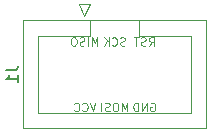
<source format=gbr>
%TF.GenerationSoftware,KiCad,Pcbnew,7.0.10*%
%TF.CreationDate,2024-03-24T11:08:13+01:00*%
%TF.ProjectId,dmg-gbc-cartridge-reader.kicad_pro,646d672d-6762-4632-9d63-617274726964,rev?*%
%TF.SameCoordinates,Original*%
%TF.FileFunction,Legend,Bot*%
%TF.FilePolarity,Positive*%
%FSLAX46Y46*%
G04 Gerber Fmt 4.6, Leading zero omitted, Abs format (unit mm)*
G04 Created by KiCad (PCBNEW 7.0.10) date 2024-03-24 11:08:13*
%MOMM*%
%LPD*%
G01*
G04 APERTURE LIST*
%ADD10C,0.100000*%
%ADD11C,0.150000*%
%ADD12C,0.120000*%
G04 APERTURE END LIST*
D10*
X61385333Y-36191533D02*
X61152000Y-36891533D01*
X61152000Y-36891533D02*
X60918666Y-36191533D01*
X60285333Y-36824866D02*
X60318666Y-36858200D01*
X60318666Y-36858200D02*
X60418666Y-36891533D01*
X60418666Y-36891533D02*
X60485333Y-36891533D01*
X60485333Y-36891533D02*
X60585333Y-36858200D01*
X60585333Y-36858200D02*
X60652000Y-36791533D01*
X60652000Y-36791533D02*
X60685333Y-36724866D01*
X60685333Y-36724866D02*
X60718666Y-36591533D01*
X60718666Y-36591533D02*
X60718666Y-36491533D01*
X60718666Y-36491533D02*
X60685333Y-36358200D01*
X60685333Y-36358200D02*
X60652000Y-36291533D01*
X60652000Y-36291533D02*
X60585333Y-36224866D01*
X60585333Y-36224866D02*
X60485333Y-36191533D01*
X60485333Y-36191533D02*
X60418666Y-36191533D01*
X60418666Y-36191533D02*
X60318666Y-36224866D01*
X60318666Y-36224866D02*
X60285333Y-36258200D01*
X59585333Y-36824866D02*
X59618666Y-36858200D01*
X59618666Y-36858200D02*
X59718666Y-36891533D01*
X59718666Y-36891533D02*
X59785333Y-36891533D01*
X59785333Y-36891533D02*
X59885333Y-36858200D01*
X59885333Y-36858200D02*
X59952000Y-36791533D01*
X59952000Y-36791533D02*
X59985333Y-36724866D01*
X59985333Y-36724866D02*
X60018666Y-36591533D01*
X60018666Y-36591533D02*
X60018666Y-36491533D01*
X60018666Y-36491533D02*
X59985333Y-36358200D01*
X59985333Y-36358200D02*
X59952000Y-36291533D01*
X59952000Y-36291533D02*
X59885333Y-36224866D01*
X59885333Y-36224866D02*
X59785333Y-36191533D01*
X59785333Y-36191533D02*
X59718666Y-36191533D01*
X59718666Y-36191533D02*
X59618666Y-36224866D01*
X59618666Y-36224866D02*
X59585333Y-36258200D01*
X64091999Y-36891533D02*
X64091999Y-36191533D01*
X64091999Y-36191533D02*
X63858666Y-36691533D01*
X63858666Y-36691533D02*
X63625332Y-36191533D01*
X63625332Y-36191533D02*
X63625332Y-36891533D01*
X63158666Y-36191533D02*
X63025332Y-36191533D01*
X63025332Y-36191533D02*
X62958666Y-36224866D01*
X62958666Y-36224866D02*
X62891999Y-36291533D01*
X62891999Y-36291533D02*
X62858666Y-36424866D01*
X62858666Y-36424866D02*
X62858666Y-36658200D01*
X62858666Y-36658200D02*
X62891999Y-36791533D01*
X62891999Y-36791533D02*
X62958666Y-36858200D01*
X62958666Y-36858200D02*
X63025332Y-36891533D01*
X63025332Y-36891533D02*
X63158666Y-36891533D01*
X63158666Y-36891533D02*
X63225332Y-36858200D01*
X63225332Y-36858200D02*
X63291999Y-36791533D01*
X63291999Y-36791533D02*
X63325332Y-36658200D01*
X63325332Y-36658200D02*
X63325332Y-36424866D01*
X63325332Y-36424866D02*
X63291999Y-36291533D01*
X63291999Y-36291533D02*
X63225332Y-36224866D01*
X63225332Y-36224866D02*
X63158666Y-36191533D01*
X62591999Y-36858200D02*
X62491999Y-36891533D01*
X62491999Y-36891533D02*
X62325333Y-36891533D01*
X62325333Y-36891533D02*
X62258666Y-36858200D01*
X62258666Y-36858200D02*
X62225333Y-36824866D01*
X62225333Y-36824866D02*
X62191999Y-36758200D01*
X62191999Y-36758200D02*
X62191999Y-36691533D01*
X62191999Y-36691533D02*
X62225333Y-36624866D01*
X62225333Y-36624866D02*
X62258666Y-36591533D01*
X62258666Y-36591533D02*
X62325333Y-36558200D01*
X62325333Y-36558200D02*
X62458666Y-36524866D01*
X62458666Y-36524866D02*
X62525333Y-36491533D01*
X62525333Y-36491533D02*
X62558666Y-36458200D01*
X62558666Y-36458200D02*
X62591999Y-36391533D01*
X62591999Y-36391533D02*
X62591999Y-36324866D01*
X62591999Y-36324866D02*
X62558666Y-36258200D01*
X62558666Y-36258200D02*
X62525333Y-36224866D01*
X62525333Y-36224866D02*
X62458666Y-36191533D01*
X62458666Y-36191533D02*
X62291999Y-36191533D01*
X62291999Y-36191533D02*
X62191999Y-36224866D01*
X61891999Y-36891533D02*
X61891999Y-36191533D01*
X66065332Y-36224866D02*
X66131999Y-36191533D01*
X66131999Y-36191533D02*
X66231999Y-36191533D01*
X66231999Y-36191533D02*
X66331999Y-36224866D01*
X66331999Y-36224866D02*
X66398666Y-36291533D01*
X66398666Y-36291533D02*
X66431999Y-36358200D01*
X66431999Y-36358200D02*
X66465332Y-36491533D01*
X66465332Y-36491533D02*
X66465332Y-36591533D01*
X66465332Y-36591533D02*
X66431999Y-36724866D01*
X66431999Y-36724866D02*
X66398666Y-36791533D01*
X66398666Y-36791533D02*
X66331999Y-36858200D01*
X66331999Y-36858200D02*
X66231999Y-36891533D01*
X66231999Y-36891533D02*
X66165332Y-36891533D01*
X66165332Y-36891533D02*
X66065332Y-36858200D01*
X66065332Y-36858200D02*
X66031999Y-36824866D01*
X66031999Y-36824866D02*
X66031999Y-36591533D01*
X66031999Y-36591533D02*
X66165332Y-36591533D01*
X65731999Y-36891533D02*
X65731999Y-36191533D01*
X65731999Y-36191533D02*
X65331999Y-36891533D01*
X65331999Y-36891533D02*
X65331999Y-36191533D01*
X64998666Y-36891533D02*
X64998666Y-36191533D01*
X64998666Y-36191533D02*
X64831999Y-36191533D01*
X64831999Y-36191533D02*
X64731999Y-36224866D01*
X64731999Y-36224866D02*
X64665333Y-36291533D01*
X64665333Y-36291533D02*
X64631999Y-36358200D01*
X64631999Y-36358200D02*
X64598666Y-36491533D01*
X64598666Y-36491533D02*
X64598666Y-36591533D01*
X64598666Y-36591533D02*
X64631999Y-36724866D01*
X64631999Y-36724866D02*
X64665333Y-36791533D01*
X64665333Y-36791533D02*
X64731999Y-36858200D01*
X64731999Y-36858200D02*
X64831999Y-36891533D01*
X64831999Y-36891533D02*
X64998666Y-36891533D01*
X61551999Y-31354333D02*
X61551999Y-30654333D01*
X61551999Y-30654333D02*
X61318666Y-31154333D01*
X61318666Y-31154333D02*
X61085332Y-30654333D01*
X61085332Y-30654333D02*
X61085332Y-31354333D01*
X60751999Y-31354333D02*
X60751999Y-30654333D01*
X60451999Y-31321000D02*
X60351999Y-31354333D01*
X60351999Y-31354333D02*
X60185333Y-31354333D01*
X60185333Y-31354333D02*
X60118666Y-31321000D01*
X60118666Y-31321000D02*
X60085333Y-31287666D01*
X60085333Y-31287666D02*
X60051999Y-31221000D01*
X60051999Y-31221000D02*
X60051999Y-31154333D01*
X60051999Y-31154333D02*
X60085333Y-31087666D01*
X60085333Y-31087666D02*
X60118666Y-31054333D01*
X60118666Y-31054333D02*
X60185333Y-31021000D01*
X60185333Y-31021000D02*
X60318666Y-30987666D01*
X60318666Y-30987666D02*
X60385333Y-30954333D01*
X60385333Y-30954333D02*
X60418666Y-30921000D01*
X60418666Y-30921000D02*
X60451999Y-30854333D01*
X60451999Y-30854333D02*
X60451999Y-30787666D01*
X60451999Y-30787666D02*
X60418666Y-30721000D01*
X60418666Y-30721000D02*
X60385333Y-30687666D01*
X60385333Y-30687666D02*
X60318666Y-30654333D01*
X60318666Y-30654333D02*
X60151999Y-30654333D01*
X60151999Y-30654333D02*
X60051999Y-30687666D01*
X59618666Y-30654333D02*
X59485332Y-30654333D01*
X59485332Y-30654333D02*
X59418666Y-30687666D01*
X59418666Y-30687666D02*
X59351999Y-30754333D01*
X59351999Y-30754333D02*
X59318666Y-30887666D01*
X59318666Y-30887666D02*
X59318666Y-31121000D01*
X59318666Y-31121000D02*
X59351999Y-31254333D01*
X59351999Y-31254333D02*
X59418666Y-31321000D01*
X59418666Y-31321000D02*
X59485332Y-31354333D01*
X59485332Y-31354333D02*
X59618666Y-31354333D01*
X59618666Y-31354333D02*
X59685332Y-31321000D01*
X59685332Y-31321000D02*
X59751999Y-31254333D01*
X59751999Y-31254333D02*
X59785332Y-31121000D01*
X59785332Y-31121000D02*
X59785332Y-30887666D01*
X59785332Y-30887666D02*
X59751999Y-30754333D01*
X59751999Y-30754333D02*
X59685332Y-30687666D01*
X59685332Y-30687666D02*
X59618666Y-30654333D01*
X63891999Y-31321000D02*
X63791999Y-31354333D01*
X63791999Y-31354333D02*
X63625333Y-31354333D01*
X63625333Y-31354333D02*
X63558666Y-31321000D01*
X63558666Y-31321000D02*
X63525333Y-31287666D01*
X63525333Y-31287666D02*
X63491999Y-31221000D01*
X63491999Y-31221000D02*
X63491999Y-31154333D01*
X63491999Y-31154333D02*
X63525333Y-31087666D01*
X63525333Y-31087666D02*
X63558666Y-31054333D01*
X63558666Y-31054333D02*
X63625333Y-31021000D01*
X63625333Y-31021000D02*
X63758666Y-30987666D01*
X63758666Y-30987666D02*
X63825333Y-30954333D01*
X63825333Y-30954333D02*
X63858666Y-30921000D01*
X63858666Y-30921000D02*
X63891999Y-30854333D01*
X63891999Y-30854333D02*
X63891999Y-30787666D01*
X63891999Y-30787666D02*
X63858666Y-30721000D01*
X63858666Y-30721000D02*
X63825333Y-30687666D01*
X63825333Y-30687666D02*
X63758666Y-30654333D01*
X63758666Y-30654333D02*
X63591999Y-30654333D01*
X63591999Y-30654333D02*
X63491999Y-30687666D01*
X62791999Y-31287666D02*
X62825332Y-31321000D01*
X62825332Y-31321000D02*
X62925332Y-31354333D01*
X62925332Y-31354333D02*
X62991999Y-31354333D01*
X62991999Y-31354333D02*
X63091999Y-31321000D01*
X63091999Y-31321000D02*
X63158666Y-31254333D01*
X63158666Y-31254333D02*
X63191999Y-31187666D01*
X63191999Y-31187666D02*
X63225332Y-31054333D01*
X63225332Y-31054333D02*
X63225332Y-30954333D01*
X63225332Y-30954333D02*
X63191999Y-30821000D01*
X63191999Y-30821000D02*
X63158666Y-30754333D01*
X63158666Y-30754333D02*
X63091999Y-30687666D01*
X63091999Y-30687666D02*
X62991999Y-30654333D01*
X62991999Y-30654333D02*
X62925332Y-30654333D01*
X62925332Y-30654333D02*
X62825332Y-30687666D01*
X62825332Y-30687666D02*
X62791999Y-30721000D01*
X62491999Y-31354333D02*
X62491999Y-30654333D01*
X62091999Y-31354333D02*
X62391999Y-30954333D01*
X62091999Y-30654333D02*
X62491999Y-31054333D01*
X65915333Y-31354333D02*
X66148666Y-31021000D01*
X66315333Y-31354333D02*
X66315333Y-30654333D01*
X66315333Y-30654333D02*
X66048666Y-30654333D01*
X66048666Y-30654333D02*
X65982000Y-30687666D01*
X65982000Y-30687666D02*
X65948666Y-30721000D01*
X65948666Y-30721000D02*
X65915333Y-30787666D01*
X65915333Y-30787666D02*
X65915333Y-30887666D01*
X65915333Y-30887666D02*
X65948666Y-30954333D01*
X65948666Y-30954333D02*
X65982000Y-30987666D01*
X65982000Y-30987666D02*
X66048666Y-31021000D01*
X66048666Y-31021000D02*
X66315333Y-31021000D01*
X65648666Y-31321000D02*
X65548666Y-31354333D01*
X65548666Y-31354333D02*
X65382000Y-31354333D01*
X65382000Y-31354333D02*
X65315333Y-31321000D01*
X65315333Y-31321000D02*
X65282000Y-31287666D01*
X65282000Y-31287666D02*
X65248666Y-31221000D01*
X65248666Y-31221000D02*
X65248666Y-31154333D01*
X65248666Y-31154333D02*
X65282000Y-31087666D01*
X65282000Y-31087666D02*
X65315333Y-31054333D01*
X65315333Y-31054333D02*
X65382000Y-31021000D01*
X65382000Y-31021000D02*
X65515333Y-30987666D01*
X65515333Y-30987666D02*
X65582000Y-30954333D01*
X65582000Y-30954333D02*
X65615333Y-30921000D01*
X65615333Y-30921000D02*
X65648666Y-30854333D01*
X65648666Y-30854333D02*
X65648666Y-30787666D01*
X65648666Y-30787666D02*
X65615333Y-30721000D01*
X65615333Y-30721000D02*
X65582000Y-30687666D01*
X65582000Y-30687666D02*
X65515333Y-30654333D01*
X65515333Y-30654333D02*
X65348666Y-30654333D01*
X65348666Y-30654333D02*
X65248666Y-30687666D01*
X65048666Y-30654333D02*
X64648666Y-30654333D01*
X64848666Y-31354333D02*
X64848666Y-30654333D01*
D11*
X53806819Y-33448666D02*
X54521104Y-33448666D01*
X54521104Y-33448666D02*
X54663961Y-33401047D01*
X54663961Y-33401047D02*
X54759200Y-33305809D01*
X54759200Y-33305809D02*
X54806819Y-33162952D01*
X54806819Y-33162952D02*
X54806819Y-33067714D01*
X54806819Y-34448666D02*
X54806819Y-33877238D01*
X54806819Y-34162952D02*
X53806819Y-34162952D01*
X53806819Y-34162952D02*
X53949676Y-34067714D01*
X53949676Y-34067714D02*
X54044914Y-33972476D01*
X54044914Y-33972476D02*
X54092533Y-33877238D01*
D12*
%TO.C,J1*%
X55242000Y-29222000D02*
X55242000Y-38342000D01*
X55242000Y-38342000D02*
X70742000Y-38342000D01*
X70742000Y-38342000D02*
X70742000Y-29222000D01*
X70742000Y-29222000D02*
X55242000Y-29222000D01*
X60942000Y-29222000D02*
X60942000Y-30532000D01*
X60942000Y-30532000D02*
X56542000Y-30532000D01*
X56542000Y-30532000D02*
X56542000Y-37032000D01*
X56542000Y-37032000D02*
X69442000Y-37032000D01*
X69442000Y-37032000D02*
X69442000Y-30532000D01*
X69442000Y-30532000D02*
X65042000Y-30532000D01*
X65042000Y-30532000D02*
X65042000Y-30532000D01*
X65042000Y-30532000D02*
X65042000Y-29222000D01*
X60452000Y-28832000D02*
X59952000Y-27832000D01*
X59952000Y-27832000D02*
X60952000Y-27832000D01*
X60952000Y-27832000D02*
X60452000Y-28832000D01*
%TD*%
M02*

</source>
